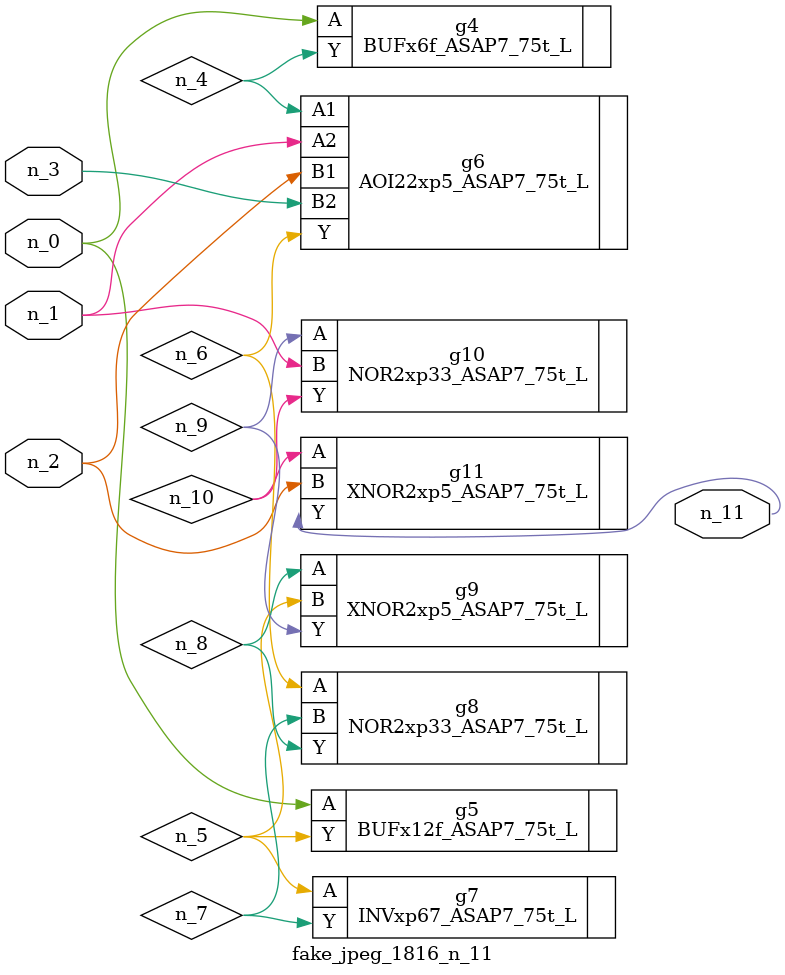
<source format=v>
module fake_jpeg_1816_n_11 (n_0, n_3, n_2, n_1, n_11);

input n_0;
input n_3;
input n_2;
input n_1;

output n_11;

wire n_10;
wire n_4;
wire n_8;
wire n_9;
wire n_6;
wire n_5;
wire n_7;

BUFx6f_ASAP7_75t_L g4 ( 
.A(n_0),
.Y(n_4)
);

BUFx12f_ASAP7_75t_L g5 ( 
.A(n_0),
.Y(n_5)
);

AOI22xp5_ASAP7_75t_L g6 ( 
.A1(n_4),
.A2(n_1),
.B1(n_2),
.B2(n_3),
.Y(n_6)
);

NOR2xp33_ASAP7_75t_L g8 ( 
.A(n_6),
.B(n_7),
.Y(n_8)
);

INVxp67_ASAP7_75t_L g7 ( 
.A(n_5),
.Y(n_7)
);

XNOR2xp5_ASAP7_75t_L g9 ( 
.A(n_8),
.B(n_5),
.Y(n_9)
);

NOR2xp33_ASAP7_75t_L g10 ( 
.A(n_9),
.B(n_1),
.Y(n_10)
);

XNOR2xp5_ASAP7_75t_L g11 ( 
.A(n_10),
.B(n_2),
.Y(n_11)
);


endmodule
</source>
